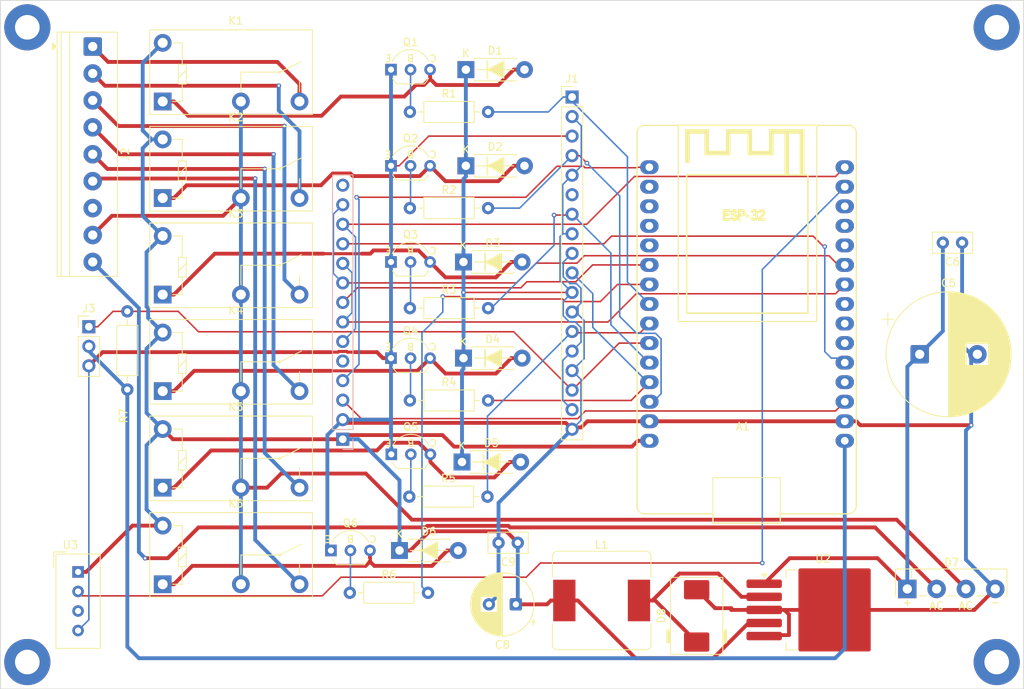
<source format=kicad_pcb>
(kicad_pcb (version 20241229) (generator "pcbnew") (generator_version "9.0")
  (layers (0 "F.Cu" signal) (2 "B.Cu" signal) (13 "F.Paste" user) (15 "B.Paste" user) (5 "F.SilkS" user "F.Silkscreen") (7 "B.SilkS" user "B.Silkscreen") (1 "F.Mask" user) (3 "B.Mask" user) (25 "Edge.Cuts" user))
  (net 0 "")
  (net 2 "CS_15")
  (net 3 "D33")
  (net 4 "D32")
  (net 5 "GND")
  (net 8 "+5V")
  (net 10 "3.3V")
  (net 13 "SCK_18")
  (net 14 "D13")
  (net 15 "MOSI_23")
  (net 16 "D12")
  (net 20 "T_CS_4")
  (net 21 "DHT11_22")
  (net 22 "D25")
  (net 24 "EN")
  (net 25 "D14")
  (net 26 "D26")
  (net 27 "D27")
  (net 28 "MISO_19")
  (net 30 "Net-(D7-+)")
  (net 31 "Net-(D1-A)")
  (net 32 "Net-(D2-A)")
  (net 33 "Net-(D3-A)")
  (net 34 "Net-(D4-A)")
  (net 35 "Net-(D5-A)")
  (net 36 "Net-(D6-A)")
  (net 37 "VAC-R")
  (net 38 "VAC-C")
  (net 39 "Net-(D8-K)")
  (net 41 "W2")
  (net 42 "W")
  (net 43 "PUMP")
  (net 44 "Y")
  (net 45 "G")
  (net 46 "Y2")
  (net 48 "Net-(Q1-B)")
  (net 49 "Net-(Q2-B)")
  (net 50 "Net-(Q3-B)")
  (net 51 "Net-(Q4-B)")
  (net 52 "Net-(Q5-B)")
  (net 53 "Net-(Q6-B)")
  (net 54 "DC_2")
  (footprint "PCM_SL_Mechanical:MountingHole_3.2mm_Pad" (layer "F.Cu") (at 151 114)
    (property "Reference" "H3" (hide yes))
    (property "Value" "MountingHole_M3_3.2mm_Pad" (hide yes))
  )
  (footprint "Relay_THT:Relay_SPST_Omron-G5Q-1A" (layer "F.Cu") (at 42.6 41.14)
    (property "Reference" "K1")
    (property "Value" "G5Q-1A")
  )
  (footprint "Sensor:Aosong_DHT11_5.5x12.0_P2.54mm" (layer "F.Cu") (at 31.5975 102.2875)
    (property "Reference" "U3")
    (property "Value" "DHT11")
  )
  (footprint "PCM_Package_TO_SOT_THT_AKL:TO-92_Inline_Wide_EBC" (layer "F.Cu") (at 72.27 62)
    (property "Reference" "Q3")
    (property "Value" "2N2222A-TO92" (hide yes))
  )
  (footprint "Relay_THT:Relay_SPST_Omron-G5Q-1A" (layer "F.Cu") (at 42.6 103.89)
    (property "Reference" "K6")
    (property "Value" "G5Q-1A")
  )
  (footprint "TerminalBlock_Phoenix:TerminalBlock_Phoenix_PT-1,5-9-3.5-H_1x09_P3.50mm_Horizontal" (layer "F.Cu") (at 33.5 34 -90)
    (property "Reference" "J2")
    (property "Value" "Screw_Terminal_9_P3.50mm")
  )
  (footprint "PCM_Diode_THT_AKL:D_DO-41_SOD81_P7.62mm_Horizontal" (layer "F.Cu") (at 81.69 74.5)
    (property "Reference" "D4")
    (property "Value" "1N4007" (hide yes))
  )
  (footprint "Connector_PinHeader_2.54mm:PinHeader_1x18_P2.54mm_Vertical" (layer "F.Cu") (at 95.81 40.56)
    (property "Reference" "J1")
    (property "Value" "PINHD_1x18_Male")
  )
  (footprint "PCM_SL_Mechanical:MountingHole_3.2mm_Pad" (layer "F.Cu") (at 25 114)
    (property "Reference" "H2" (hide yes))
    (property "Value" "MountingHole_M3_3.2mm_Pad" (hide yes))
  )
  (footprint "Capacitor_THT:C_Disc_D5.0mm_W2.5mm_P2.50mm" (layer "F.Cu") (at 146.5 59.5 180)
    (property "Reference" "C6")
    (property "Value" "100nF_Ceramic")
  )
  (footprint "Resistor_THT:R_Axial_DIN0207_L6.3mm_D2.5mm_P10.16mm_Horizontal" (layer "F.Cu") (at 38 68.42 -90)
    (property "Reference" "R7")
    (property "Value" "4.7k")
  )
  (footprint "PCM_Package_TO_SOT_THT_AKL:TO-92_Inline_Wide_EBC" (layer "F.Cu") (at 72.27 74.5)
    (property "Reference" "Q4")
    (property "Value" "2N2222A-TO92" (hide yes))
  )
  (footprint "PCM_Diode_THT_AKL:D_DO-41_SOD81_P7.62mm_Horizontal" (layer "F.Cu") (at 81.69 62)
    (property "Reference" "D3")
    (property "Value" "1N4007" (hide yes))
  )
  (footprint "MountingHole:MountingHole_2.7mm_M2.5" (layer "F.Cu") (at 67 93 180)
    (property "Reference" "H6" (hide yes))
    (property "Value" "MountingHole" (hide yes))
  )
  (footprint "PCM_Diode_THT_AKL:D_DO-41_SOD81_P7.62mm_Horizontal" (layer "F.Cu") (at 82 49.5)
    (property "Reference" "D2")
    (property "Value" "1N4007" (hide yes))
  )
  (footprint "PCM_Package_TO_SOT_THT_AKL:TO-92_Inline_Wide_EBC" (layer "F.Cu") (at 72.31 87)
    (property "Reference" "Q5")
    (property "Value" "2N2222A-TO92" (hide yes))
  )
  (footprint "Relay_THT:Relay_SPST_Omron-G5Q-1A" (layer "F.Cu") (at 42.6 91.34)
    (property "Reference" "K5")
    (property "Value" "G5Q-1A")
  )
  (footprint "Resistor_THT:R_Axial_DIN0207_L6.3mm_D2.5mm_P10.16mm_Horizontal" (layer "F.Cu") (at 74.73 42.5)
    (property "Reference" "R1")
    (property "Value" "4.7k")
  )
  (footprint "PCM_SL_Development_Boards:DOIT_ESP32_DEVKIT_30Pins" (layer "F.Cu") (at 131.2506 85.245 180)
    (property "Reference" "A1")
    (property "Value" "ESP32_DevKit_V1_DOIT_30GPIOs")
  )
  (footprint "MountingHole:MountingHole_2.7mm_M2.5" (layer "F.Cu") (at 67 44.1 180)
    (property "Reference" "H7" (hide yes))
    (property "Value" "MountingHole" (hide yes))
  )
  (footprint "PCM_Diode_THT_AKL:D_DO-41_SOD81_P7.62mm_Horizontal" (layer "F.Cu") (at 81.5 88)
    (property "Reference" "D5")
    (property "Value" "1N4007" (hide yes))
  )
  (footprint "Relay_THT:Relay_SPST_Omron-G5Q-1A" (layer "F.Cu") (at 42.6 53.69)
    (property "Reference" "K2")
    (property "Value" "G5Q-1A")
  )
  (footprint "Resistor_THT:R_Axial_DIN0207_L6.3mm_D2.5mm_P10.16mm_Horizontal" (layer "F.Cu") (at 66.92 105)
    (property "Reference" "R6")
    (property "Value" "Resistor")
  )
  (footprint "PCM_SL_Mechanical:MountingHole_3.2mm_Pad" (layer "F.Cu") (at 25 31.5)
    (property "Reference" "H1" (hide yes))
    (property "Value" "MountingHole_M3_3.2mm_Pad" (hide yes))
  )
  (footprint "Resistor_THT:R_Axial_DIN0207_L6.3mm_D2.5mm_P10.16mm_Horizontal" (layer "F.Cu") (at 74.65 92.5)
    (property "Reference" "R5")
    (property "Value" "4.7k")
  )
  (footprint "Resistor_THT:R_Axial_DIN0207_L6.3mm_D2.5mm_P10.16mm_Horizontal" (layer "F.Cu") (at 74.73 68)
    (property "Reference" "R3")
    (property "Value" "4.7k")
  )
  (footprint "Capacitor_THT:CP_Radial_D8.0mm_P3.50mm" (layer "F.Cu") (at 88.5 106.5 180)
    (property "Reference" "C8")
    (property "Value" "470uF_10V")
  )
  (footprint "PCM_Diode_THT_AKL:Diode_Bridge_KBP" (layer "F.Cu") (at 139.38 104.5)
    (property "Reference" "D7")
    (property "Value" "KBP210G" (hide yes))
  )
  (footprint "Package_TO_SOT_SMD:TO-263-5_TabPin3" (layer "F.Cu") (at 128.425 107.225)
    (property "Reference" "U2")
    (property "Value" "LM2596S-5")
  )
  (footprint "PCM_Package_TO_SOT_THT_AKL:TO-92_Inline_Wide_EBC" (layer "F.Cu") (at 72.27 37)
    (property "Reference" "Q1")
    (property "Value" "2N2222A-TO92" (hide yes))
  )
  (footprint "PCM_Diode_THT_AKL:D_DO-41_SOD81_P7.62mm_Horizontal" (layer "F.Cu") (at 82 37)
    (property "Reference" "D1")
    (property "Value" "1N4007" (hide yes))
  )
  (footprint "PCM_Package_TO_SOT_THT_AKL:TO-92_Inline_Wide_EBC" (layer "F.Cu") (at 64.46 99.5)
    (property "Reference" "Q6")
    (property "Value" "2N2222A-TO92" (hide yes))
  )
  (footprint "Connector_PinHeader_2.54mm:PinHeader_1x03_P2.54mm_Vertical" (layer "F.Cu") (at 33 70.42)
    (property "Reference" "J3")
    (property "Value" "DS18B20")
  )
  (footprint "PCM_Diode_THT_AKL:D_DO-41_SOD81_P7.62mm_Horizontal" (layer "F.Cu") (at 73.38 99.5)
    (property "Reference" "D6")
    (property "Value" "1N4007" (hide yes))
  )
  (footprint "Resistor_THT:R_Axial_DIN0207_L6.3mm_D2.5mm_P10.16mm_Horizontal" (layer "F.Cu") (at 74.73 55)
    (property "Reference" "R2")
    (property "Value" "4.7k")
  )
  (footprint "Relay_THT:Relay_SPST_Omron-G5Q-1A" (layer "F.Cu") (at 42.6 78.79)
    (property "Reference" "K4")
    (property "Value" "G5Q-1A")
  )
  (footprint "Relay_THT:Relay_SPST_Omron-G5Q-1A" (layer "F.Cu") (at 42.6 66.24)
    (property "Reference" "K3")
    (property "Value" "G5Q-1A")
  )
  (footprint "" (layer "F.Cu") (at 67 93 180)
    (property "Reference" "")
    (property "Value" "")
  )
  (footprint "MountingHole:MountingHole_2.7mm_M2.5" (layer "F.Cu") (at 150.11 93 180)
    (property "Reference" "H5" (hide yes))
    (property "Value" "MountingHole" (hide yes))
  )
  (footprint "Capacitor_THT:C_Disc_D5.0mm_W2.5mm_P2.50mm" (layer "F.Cu") (at 88.75 98.5 180)
    (property "Reference" "C9")
    (property "Value" "100nF_Ceramic")
  )
  (footprint "PCM_Package_TO_SOT_THT_AKL:TO-92_Inline_Wide_EBC" (layer "F.Cu") (at 72.27 49.5)
    (property "Reference" "Q2")
    (property "Value" "2N2222A-TO92" (hide yes))
  )
  (footprint "PCM_Diode_SMD_AKL:D_SMC" (layer "F.Cu") (at 112 108 90)
    (property "Reference" "D8")
    (property "Value" "SS34" (hide yes))
  )
  (footprint "PCM_SL_Mechanical:MountingHole_3.2mm_Pad" (layer "F.Cu") (at 151 31.5)
    (property "Reference" "H4" (hide yes))
    (property "Value" "MountingHole_M3_3.2mm_Pad" (hide yes))
  )
  (footprint "Resistor_THT:R_Axial_DIN0207_L6.3mm_D2.5mm_P10.16mm_Horizontal" (layer "F.Cu") (at 74.73 80)
    (property "Reference" "R4")
    (property "Value" "4.7k")
  )
  (footprint "MountingHole:MountingHole_2.7mm_M2.5" (layer "F.Cu") (at 150.11 44.1 180)
    (property "Reference" "H8" (hide yes))
    (property "Value" "MountingHole" (hide yes))
  )
  (footprint "Inductor_SMD:L_Bourns_SRR1260" (layer "F.Cu") (at 99.65 106)
    (property "Reference" "L1")
    (property "Value" "12uH_5.2A_1260")
  )
  (footprint "Capacitor_THT:CP_Radial_D16.0mm_P7.50mm" (layer "F.Cu") (at 140.9872 74)
    (property "Reference" "C5")
    (property "Value" "1000uF_50V")
  )
  (footprint "Connector_PinSocket_2.54mm:PinSocket_1x14_P2.54mm_Vertical" (layer "B.Cu") (at 66 85.04)
    (property "Reference" "J4" (hide yes))
    (property "Value" "3.2 lcd tft")
  )
  (gr_circle (center 25.5 113.918861) (end 24 113.418861) (stroke (width 0.1)) (fill no) (layer "F.Cu"))
  (gr_circle (center 151 31.918861) (end 149.5 31.418861) (stroke (width 0.1)) (fill no) (layer "F.Cu"))
  (gr_circle (center 151.5 113.918861) (end 150 113.418861) (stroke (width 0.1)) (fill no) (layer "F.Cu"))
  (gr_circle (center 24.918861 31.5) (end 23.418861 31) (stroke (width 0.1)) (fill no) (layer "F.Cu"))
  (gr_rect (start 21.5 28) (end 154.5 117.5) (stroke (width 0.1)) (fill no) (layer "Edge.Cuts"))
  (segment (start 96.5399 82.3592) (end 68.3992 82.3592) (width 0.2) (layer "F.Cu") (net 2))
  (segment (start 97.5324 81.3667) (end 96.5399 82.3592) (width 0.2) (layer "F.Cu") (net 2))
  (segment (start 130.0489 81.3667) (end 97.5324 81.3667) (width 0.2) (layer "F.Cu") (net 2))
  (segment (start 131.2506 80.165) (end 130.0489 81.3667) (width 0.2) (layer "F.Cu") (net 2))
  (segment (start 68.3992 82.3592) (end 66 79.96) (width 0.2) (layer "F.Cu") (net 2))
  (segment (start 81.498 66.818) (end 94.578 66.818) (width 0.2) (layer "F.Cu") (net 3))
  (segment (start 94.9074 67.1474) (end 99.4906 67.1474) (width 0.2) (layer "F.Cu") (net 3))
  (segment (start 81.18 66.5) (end 81.498 66.818) (width 0.2) (layer "F.Cu") (net 3))
  (segment (start 79 66.5) (end 81.18 66.5) (width 0.2) (layer "F.Cu") (net 3))
  (segment (start 101.713 64.925) (end 105.8506 64.925) (width 0.2) (layer "F.Cu") (net 3))
  (segment (start 94.578 66.818) (end 94.9074 67.1474) (width 0.2) (layer "F.Cu") (net 3))
  (segment (start 99.4906 67.1474) (end 101.713 64.925) (width 0.2) (layer "F.Cu") (net 3))
  (via (at 79 66.5) (size 0.6) (drill 0.3) (layers "F.Cu" "B.Cu") (net 3))
  (segment (start 79 68.51) (end 76.2977 71.2123) (width 0.2) (layer "B.Cu") (net 3))
  (segment (start 76.2977 71.2123) (end 76.2977 104.2177) (width 0.2) (layer "B.Cu") (net 3))
  (segment (start 76.2977 104.2177) (end 77.08 105) (width 0.2) (layer "B.Cu") (net 3))
  (segment (start 79 66.5) (end 79 68.51) (width 0.2) (layer "B.Cu") (net 3))
  (segment (start 105.8506 62.385) (end 98.47276 62.385) (width 0.2) (layer "F.Cu") (net 4))
  (segment (start 98.47276 62.385) (end 96.28676 64.571) (width 0.2) (layer "F.Cu") (net 4))
  (segment (start 67.901 65.359) (end 66 67.26) (width 0.2) (layer "F.Cu") (net 4))
  (segment (start 96.28676 64.571) (end 89.929 64.571) (width 0.2) (layer "F.Cu") (net 4))
  (segment (start 89.929 64.571) (end 89.141 65.359) (width 0.2) (layer "F.Cu") (net 4))
  (segment (start 89.141 65.359) (end 67.901 65.359) (width 0.2) (layer "F.Cu") (net 4))
  (segment (start 122.3989 110.5) (end 124 110.5) (width 0.5) (layer "F.Cu") (net 5))
  (segment (start 97.795 82.705) (end 105.8506 82.705) (width 0.5) (layer "F.Cu") (net 5))
  (segment (start 120.775 107.225) (end 119.3435 107.225) (width 0.2) (layer "F.Cu") (net 5))
  (segment (start 66.518182 73.629) (end 66.610382 73.7212) (width 0.4) (layer "F.Cu") (net 5))
  (segment (start 70.4395 73.7212) (end 71.2183 74.5) (width 0.5) (layer "F.Cu") (net 5))
  (segment (start 150.81 104.5) (end 148.085 107.225) (width 0.5) (layer "F.Cu") (net 5))
  (segment (start 66.610382 73.7212) (end 67.5 73.7212) (width 0.4) (layer "F.Cu") (net 5))
  (segment (start 123.4005 107.225) (end 120.775 107.225) (width 0.5) (layer "F.Cu") (net 5))
  (segment (start 34.7788 73.7212) (end 64.5 73.7212) (width 0.5) (layer "F.Cu") (net 5))
  (segment (start 72.27 49.5) (end 73.3217 49.5) (width 0.2) (layer "F.Cu") (net 5))
  (segment (start 113.1793 105.7793) (end 114.4 107) (width 0.5) (layer "F.Cu") (net 5))
  (segment (start 77.1817 45.64) (end 73.3217 49.5) (width 0.2) (layer "F.Cu") (net 5))
  (segment (start 67.5 73.7212) (end 70.4395 73.7212) (width 0.5) (layer "F.Cu") (net 5))
  (segment (start 95.81 45.64) (end 77.1817 45.64) (width 0.2) (layer "F.Cu") (net 5))
  (segment (start 66.4127 82.9127) (end 66 82.5) (width 0.2) (layer "F.Cu") (net 5))
  (segment (start 33 75.5) (end 34.7788 73.7212) (width 0.5) (layer "F.Cu") (net 5))
  (segment (start 116.5 107) (end 116.5 107.225) (width 0.5) (layer "F.Cu") (net 5))
  (segment (start 71.2183 74.5) (end 72.27 74.5) (width 0.5) (layer "F.Cu") (net 5))
  (segment (start 64.5 73.7212) (end 65.389618 73.7212) (width 0.4) (layer "F.Cu") (net 5))
  (segment (start 120.775 110.625) (end 122.2739 110.625) (width 0.2) (layer "F.Cu") (net 5))
  (segment (start 124 110.5) (end 124 107.8245) (width 0.5) (layer "F.Cu") (net 5))
  (segment (start 94.9827 82.9127) (end 66.4127 82.9127) (width 0.5) (layer "F.Cu") (net 5))
  (segment (start 114.4 107) (end 116.5 107) (width 0.5) (layer "F.Cu") (net 5))
  (segment (start 133.2623 83.215) (end 147.6799 83.215) (width 0.5) (layer "F.Cu") (net 5))
  (segment (start 96.05 83.5) (end 97 83.5) (width 0.5) (layer "F.Cu") (net 5))
  (segment (start 97 83.5) (end 97.795 82.705) (width 0.5) (layer "F.Cu") (net 5))
  (segment (start 65.389618 73.7212) (end 65.481818 73.629) (width 0.4) (layer "F.Cu") (net 5))
  (segment (start 116.5 107.225) (end 119.3435 107.225) (width 0.5) (layer "F.Cu") (net 5))
  (segment (start 95.81 83.74) (end 94.9827 82.9127) (width 0.5) (layer "F.Cu") (net 5))
  (segment (start 124 107.8245) (end 123.4005 107.225) (width 0.5) (layer "F.Cu") (net 5))
  (segment (start 131.2506 82.705) (end 132.7523 82.705) (width 0.5) (layer "F.Cu") (net 5))
  (segment (start 65.481818 73.629) (end 66.518182 73.629) (width 0.4) (layer "F.Cu") (net 5))
  (segment (start 122.2739 110.625) (end 122.3989 110.5) (width 0.5) (layer "F.Cu") (net 5))
  (segment (start 132.7523 82.705) (end 133.2623 83.215) (width 0.5) (layer "F.Cu") (net 5))
  (segment (start 148.085 107.225) (end 129.925 107.225) (width 0.5) (layer "F.Cu") (net 5))
  (segment (start 129.925 107.225) (end 123.4005 107.225) (width 0.5) (layer "F.Cu") (net 5))
  (segment (start 131.2506 82.705) (end 105.8506 82.705) (width 0.5) (layer "F.Cu") (net 5))
  (segment (start 95.81 83.74) (end 96.05 83.5) (width 0.5) (layer "F.Cu") (net 5))
  (via (at 147.6799 83.215) (size 0.6) (drill 0.3) (layers "F.Cu" "B.Cu") (net 5))
  (segment (start 72.27 74.5) (end 72.27 62) (width 0.5) (layer "B.Cu") (net 5))
  (segment (start 147 100.69) (end 150.81 104.5) (width 0.5) (layer "B.Cu") (net 5))
  (segment (start 66 82.5) (end 72.27 82.5) (width 0.5) (layer "B.Cu") (net 5))
  (segment (start 147 83.8949) (end 147 100.69) (width 0.5) (layer "B.Cu") (net 5))
  (segment (start 72.31 87) (end 72.31 85.9483) (width 0.5) (layer "B.Cu") (net 5))
  (segment (start 96.5842 67.7258) (end 95.81 68.5) (width 0.2) (layer "B.Cu") (net 5))
  (segment (start 33 108.505) (end 33 75.5) (width 0.2) (layer "B.Cu") (net 5))
  (segment (start 94.6533 63.918) (end 95.5436 64.8083) (width 0.2) (layer "B.Cu") (net 5))
  (segment (start 96.9617 82.5883) (end 95.81 83.74) (width 0.2) (layer "B.Cu") (net 5))
  (segment (start 96.5842 67.7258) (end 96.5842 68.8252) (width 0.2) (layer "B.Cu") (net 5))
  (segment (start 96.9617 65.4066) (end 96.9617 67.3483) (width 0.2) (layer "B.Cu") (net 5))
  (segment (start 97.3703 69.6113) (end 97.3703 74.5597) (width 0.2) (layer "B.Cu") (net 5))
  (segment (start 86.25 93.3) (end 95.81 83.74) (width 0.5) (layer "B.Cu") (net 5))
  (segment (start 86.25 98.5) (end 86.25 93.3) (width 0.5) (layer "B.Cu") (net 5))
  (segment (start 72.27 37) (end 72.27 49.5) (width 0.5) (layer "B.Cu") (net 5))
  (segment (start 64 99.04) (end 64 84.5) (width 0.5) (layer "B.Cu") (net 5))
  (segment (start 95.81 60.88) (end 94.6533 62.0367) (width 0.2) (layer "B.Cu") (net 5))
  (segment (start 146.5 59.5) (end 146.5 72.8201) (width 0.5) (layer "B.Cu") (net 5))
  (segment (start 97.3703 74.5597) (end 95.81 76.12) (width 0.2) (layer "B.Cu") (net 5))
  (segment (start 95.81 76.12) (end 96.9617 77.2717) (width 0.2) (layer "B.Cu") (net 5))
  (segment (start 146.5 72.8201) (end 147.6799 74) (width 0.5) (layer "B.Cu") (net 5))
  (segment (start 72.27 82.5) (end 72.27 74.5) (width 0.5) (layer "B.Cu") (net 5))
  (segment (start 147.6799 83.215) (end 147 83.8949) (width 0.5) (layer "B.Cu") (net 5))
  (segment (start 94.6533 62.0367) (end 94.6533 63.918) (width 0.2) (layer "B.Cu") (net 5))
  (segment (start 96.9617 77.2717) (end 96.9617 82.5883) (width 0.2) (layer "B.Cu") (net 5))
  (segment (start 147.6799 74) (end 148.4872 74) (width 0.2) (layer "B.Cu") (net 5))
  (segment (start 72.27 85.9083) (end 72.27 82.5) (width 0.5) (layer "B.Cu") (net 5))
  (segment (start 31.5975 109.9075) (end 33 108.505) (width 0.2) (layer "B.Cu") (net 5))
  (segment (start 147.6799 74) (end 147.6799 83.215) (width 0.5) (layer "B.Cu") (net 5))
  (segment (start 72.31 85.9483) (end 72.27 85.9083) (width 0.2) (layer "B.Cu") (net 5))
  (segment (start 64 84.5) (end 66 82.5) (width 0.5) (layer "B.Cu") (net 5))
  (segment (start 96.9617 67.3483) (end 96.5842 67.7258) (width 0.2) (layer "B.Cu") (net 5))
  (segment (start 86.25 105.25) (end 85 106.5) (width 0.5) (layer "B.Cu") (net 5))
  (segment (start 96.5842 68.8252) (end 97.3703 69.6113) (width 0.2) (layer "B.Cu") (net 5))
  (segment (start 95.5436 64.8083) (end 96.3634 64.8083) (width 0.2) (layer "B.Cu") (net 5))
  (segment (start 96.3634 64.8083) (end 96.9617 65.4066) (width 0.2) (layer "B.Cu") (net 5))
  (segment (start 64.46 99.5) (end 64 99.04) (width 0.5) (layer "B.Cu") (net 5))
  (segment (start 72.27 49.5) (end 72.27 62) (width 0.5) (layer "B.Cu") (net 5))
  (segment (start 86.25 98.5) (end 86.25 105.25) (width 0.5) (layer "B.Cu") (net 5))
  (segment (start 73.38 99.5) (end 74.7817 99.5) (width 0.5) (layer "F.Cu") (net 8))
  (segment (start 78.963 84.5) (end 66.54 84.5) (width 0.5) (layer "F.Cu") (net 8))
  (segment (start 104.3489 85.245) (end 103.5939 86) (width 0.5) (layer "F.Cu") (net 8))
  (segment (start 74.7817 99.5) (end 77.2817 97) (width 0.5) (layer "F.Cu") (net 8))
  (segment (start 66 85.04) (end 43.92 85.04) (width 0.5) (layer "F.Cu") (net 8))
  (segment (start 81.5 88) (end 81.5 86) (width 0.5) (layer "F.Cu") (net 8))
  (segment (start 43.92 85.04) (end 42.6 83.72) (width 0.5) (layer "F.Cu") (net 8))
  (segment (start 92.5483 106.5) (end 93.0483 106) (width 0.5) (layer "F.Cu") (net 8))
  (segment (start 114.1684 113.5) (end 104.0517 113.5) (width 0.5) (layer "F.Cu") (net 8))
  (segment (start 104.0517 113.5) (end 96.5517 106) (width 0.5) (layer "F.Cu") (net 8))
  (segment (start 94.8 106) (end 93.0483 106) (width 0.5) (layer "F.Cu") (net 8))
  (segment (start 31.5975 102.2875) (end 32.6492 102.2875) (width 0.5) (layer "F.Cu") (net 8))
  (segment (start 105.8506 85.245) (end 104.3489 85.245) (width 0.5) (layer "F.Cu") (net 8))
  (segment (start 66.54 84.5) (end 66 85.04) (width 0.5) (layer "F.Cu") (net 8))
  (segment (start 118.7434 108.925) (end 114.1684 113.5) (width 0.5) (layer "F.Cu") (net 8))
  (segment (start 103.5939 86) (end 80.463 86) (width 0.5) (layer "F.Cu") (net 8))
  (segment (start 96.5517 106) (end 94.8 106) (width 0.5) (layer "F.Cu") (net 8))
  (segment (start 81.6967 65.96) (end 81.55 65.8133) (width 0.2) (layer "F.Cu") (net 8))
  (segment (start 81.6967 65.96) (end 95.81 65.96) (width 0.2) (layer "F.Cu") (net 8))
  (segment (start 120.775 108.925) (end 118.7434 108.925) (width 0.2) (layer "F.Cu") (net 8))
  (segment (start 38.6667 96.27) (end 32.6492 102.2875) (width 0.5) (layer "F.Cu") (net 8))
  (segment (start 77.2817 97) (end 87.25 97) (width 0.5) (layer "F.Cu") (net 8))
  (segment (start 88.5 106.5) (end 92.5483 106.5) (width 0.5) (layer "F.Cu") (net 8))
  (segment (start 42.6 96.27) (end 38.6667 96.27) (width 0.5) (layer "F.Cu") (net 8))
  (segment (start 87.25 97) (end 88.75 98.5) (width 0.5) (layer "F.Cu") (net 8))
  (segment (start 80.463 86) (end 78.963 84.5) (width 0.5) (layer "F.Cu") (net 8))
  (via (at 81.6967 65.96) (size 0.6) (drill 0.3) (layers "F.Cu" "B.Cu") (net 8))
  (segment (start 94.5939 58.34) (end 94.5939 51.9361) (width 0.2) (layer "B.Cu") (net 8))
  (segment (start 96.9617 72.4283) (end 96.9617 70.5276) (width 0.2) (layer "B.Cu") (net 8))
  (segment (start 81.69 74.5) (end 81.69 75.9017) (width 0.5) (layer "B.Cu") (net 8))
  (segment (start 95.81 73.58) (end 96.9617 72.4283) (width 0.2) (layer "B.Cu") (net 8))
  (segment (start 68.04 85.04) (end 73.38 90.38) (width 0.5) (layer "B.Cu") (net 8))
  (segment (start 66 85.04) (end 67.2735 85.04) (width 0.5) (layer "B.Cu") (net 8))
  (segment (start 88.5 106.5) (end 88.75 106.25) (width 0.2) (layer "B.Cu") (net 8))
  (segment (start 82 49.5) (end 82 50.9017) (width 0.5) (layer "B.Cu") (net 8))
  (segment (start 42.6 71.17) (end 40.5 73.27) (width 0.5) (layer "B.Cu") (net 8))
  (segment (start 94.6583 67.1117) (end 95.81 65.96) (width 0.2) (layer "B.Cu") (net 8))
  (segment (start 42.6 46.07) (end 41.1483 46.07) (width 0.5) (layer "B.Cu") (net 8))
  (segment (start 88.75 106.25) (end 88.75 98.5) (width 0.5) (layer "B.Cu") (net 8))
  (segment (start 40 56.02) (end 40 47.2183) (width 0.5) (layer "B.Cu") (net 8))
  (segment (start 42.6 96.27) (end 40.5 94.17) (width 0.5) (layer "B.Cu") (net 8))
  (segment (start 40.5 94.17) (end 40.5 85.82) (width 0.5) (layer "B.Cu") (net 8))
  (segment (start 96.9617 70.5276) (end 96.2041 69.77) (width 0.2) (layer "B.Cu") (net 8))
  (segment (start 95.81 58.34) (end 94.5939 58.34) (width 0.2) (layer "B.Cu") (net 8))
  (segment (start 95.81 43.1) (end 97.0071 44.2971) (width 0.2) (layer "B.Cu") (net 8))
  (segment (start 94.5939 74.7961) (end 95.81 73.58) (width 0.2) (layer "B.Cu") (net 8))
  (segment (start 40.701 69.271) (end 40.701 68) (width 0.5) (layer "B.Cu") (net 8))
  (segment (start 81.5 87) (end 81.5 76.0917) (width 0.5) (layer "B.Cu") (net 8))
  (segment (start 81.69 62) (end 81.69 65.9533) (width 0.5) (layer "B.Cu") (net 8))
  (segment (start 97.0071 44.2971) (end 97.0071 49.5229) (width 0.2) (layer "B.Cu") (net 8))
  (segment (start 94.5939 58.34) (end 94.2424 58.6915) (width 0.2) (layer "B.Cu") (net 8))
  (segment (start 94.6583 68.9964) (end 94.6583 67.1117) (width 0.2) (layer "B.Cu") (net 8))
  (segment (start 81.69 65.9533) (end 81.6967 65.96) (width 0.2) (layer "B.Cu") (net 8))
  (segment (start 41.1483 46.07) (end 40 44.9217) (width 0.5) (layer "B.Cu") (net 8))
  (segment (start 40 44.9217) (end 40 36.12) (width 0.5) (layer "B.Cu") (net 8))
  (segment (start 81.69 61.2991) (end 81.69 60.5983) (width 0.5) (layer "B.Cu") (net 8))
  (segment (start 97.0071 49.5229) (end 95.81 50.72) (width 0.2) (layer "B.Cu") (net 8))
  (segment (start 81.6967 73.0916) (end 81.6967 65.96) (width 0.5) (layer "B.Cu") (net 8))
  (segment (start 94.5939 79.9839) (end 94.5939 74.7961) (width 0.2) (layer "B.Cu") (net 8))
  (segment (start 67.2735 85.04) (end 68.04 85.04) (width 0.5) (layer "B.Cu") (net 8))
  (segment (start 40 47.2183) (end 41.1483 46.07) (width 0.5) (layer "B.Cu") (net 8))
  (segment (start 95.4319 69.77) (end 94.6583 68.9964) (width 0.2) (layer "B.Cu") (net 8))
  (segment (start 81.69 61.2991) (end 81.69 62) (width 0.2) (layer "B.Cu") (net 8))
  (segment (start 40.701 68) (end 40.5 67.799) (width 0.5) (layer "B.Cu") (net 8))
  (segment (start 73.38 90.38) (end 73.38 99.5) (width 0.5) (layer "B.Cu") (net 8))
  (segment (start 42.6 58.62) (end 40 56.02) (width 0.5) (layer "B.Cu") (net 8))
  (segment (start 94.2424 58.6915) (end 94.2424 64.3924) (width 0.2) (layer "B.Cu") (net 8))
  (segment (start 40.5 60.72) (end 42.6 58.62) (width 0.5) (layer "B.Cu") (net 8))
  (segment (start 40.5 85.82) (end 42.6 83.72) (width 0.5) (layer "B.Cu") (net 8))
  (segment (start 94.2424 64.3924) (end 95.81 65.96) (width 0.2) (layer "B.Cu") (net 8))
  (segment (start 81.5 76.0917) (end 81.69 75.9017) (width 0.5) (layer "B.Cu") (net 8))
  (segment (start 40 36.12) (end 42.6 33.52) (width 0.5) (layer "B.Cu") (net 8))
  (segment (start 82 37) (end 82 49.5) (width 0.5) (layer "B.Cu") (net 8))
  (segment (start 42.6 71.17) (end 40.701 69.271) (width 0.5) (layer "B.Cu") (net 8))
  (segment (start 40.5 73.27) (end 40.5 81.62) (width 0.5) (layer "B.Cu") (net 8))
  (segment (start 81.69 51.2117) (end 81.69 60.5983) (width 0.5) (layer "B.Cu") (net 8))
  (segment (start 94.5939 51.9361) (end 95.81 50.72) (width 0.2) (layer "B.Cu") (net 8))
  (segment (start 40.5 81.62) (end 42.6 83.72) (width 0.5) (layer "B.Cu") (net 8))
  (segment (start 95.81 81.2) (end 94.5939 79.9839) (width 0.2) (layer "B.Cu") (net 8))
  (segment (start 40.5 67.799) (end 40.5 60.72) (width 0.5) (layer "B.Cu") (net 8))
  (segment (start 81.69 74.5) (end 81.69 73.0983) (width 0.5) (layer "B.Cu") (net 8))
  (segment (start 82 50.9017) (end 81.69 51.2117) (width 0.5) (layer "B.Cu") (net 8))
  (segment (start 96.2041 69.77) (end 95.4319 69.77) (width 0.2) (layer "B.Cu") (net 8))
  (segment (start 81.69 73.0983) (end 81.6967 73.0916) (width 0.2) (layer "B.Cu") (net 8))
  (segment (start 131.2506 112.2494) (end 130 113.5) (width 0.5) (layer "B.Cu") (net 10))
  (segment (start 131.2506 85.245) (end 131.2506 112.2494) (width 0.5) (layer "B.Cu") (net 10))
  (segment (start 38 112) (end 38 78.58) (width 0.5) (layer "B.Cu") (net 10))
  (segment (start 38 78.58) (end 33 73.58) (width 0.5) (layer "B.Cu") (net 10))
  (segment (start 130 113.5) (end 39.5 113.5) (width 0.5) (layer "B.Cu") (net 10))
  (segment (start 33 73.58) (end 33 72.96) (width 0.2) (layer "B.Cu") (net 10))
  (segment (start 39.5 113.5) (end 38 112) (width 0.5) (layer "B.Cu") (net 10))
  (segment (start 130.0489 66.1267) (end 104.1536 66.1267) (width 0.2) (layer "F.Cu") (net 13))
  (segment (start 131.2506 64.925) (end 130.0489 66.1267) (width 0.2) (layer "F.Cu") (net 13))
  (segment (start 100.4803 69.8) (end 66 69.8) (width 0.2) (layer "F.Cu") (net 13))
  (segment (start 104.1536 66.1267) (end 100.4803 69.8) (width 0.2) (layer "F.Cu") (net 13))
  (segment (start 67.2161 68.5839) (end 67.2161 63.3961) (width 0.2) (layer "B.Cu") (net 13))
  (segment (start 66 69.8) (end 67.2161 68.5839) (width 0.2) (layer "B.Cu") (net 13))
  (segment (start 67.2161 63.3961) (end 66 62.18) (width 0.2) (layer "B.Cu") (net 13))
  (segment (start 96.7649 48.18) (end 97.7336 49.1487) (width 0.2) (layer "F.Cu") (net 14))
  (segment (start 95.81 48.18) (end 96.7649 48.18) (width 0.2) (layer "F.Cu") (net 14))
  (via (at 97.7336 49.1487) (size 0.6) (drill 0.3) (layers "F.Cu" "B.Cu") (net 14))
  (segment (start 106.335 80.165) (end 105.8506 80.165) (width 0.2) (layer "B.Cu") (net 14))
  (segment (start 95.81 48.18) (end 88.99 55) (width 0.2) (layer "B.Cu") (net 14))
  (segment (start 102 69.07875) (end 104.19625 71.275) (width 0.2) (layer "B.Cu") (net 14))
  (segment (start 97.7336 49.1487) (end 102 53.4151) (width 0.2) (layer "B.Cu") (net 14))
  (segment (start 88.99 55) (end 84.89 55) (width 0.2) (layer "B.Cu") (net 14))
  (segment (start 107.376 71.9981) (end 107.376 79.124) (width 0.2) (layer "B.Cu") (net 14))
  (segment (start 107.376 79.124) (end 106.335 80.165) (width 0.2) (layer "B.Cu") (net 14))
  (segment (start 104.19625 71.275) (end 106.6529 71.275) (width 0.2) (layer "B.Cu") (net 14))
  (segment (start 102 53.4151) (end 102 69.07875) (width 0.2) (layer "B.Cu") (net 14))
  (segment (start 106.6529 71.275) (end 107.376 71.9981) (width 0.2) (layer "B.Cu") (net 14))
  (segment (start 103.9182 50.8867) (end 97.7049 57.1) (width 0.2) (layer "F.Cu") (net 15))
  (segment (start 130.0489 50.8867) (end 103.9182 50.8867) (width 0.2) (layer "F.Cu") (net 15))
  (segment (start 131.2506 49.685) (end 130.0489 50.8867) (width 0.2) (layer "F.Cu") (net 15))
  (segment (start 97.7049 57.1) (end 66 57.1) (width 0.2) (layer "F.Cu") (net 15))
  (segment (start 67.6549 70.6851) (end 66 72.34) (width 0.2) (layer "B.Cu") (net 15))
  (segment (start 66 57.1) (end 67.6549 58.7549) (width 0.2) (layer "B.Cu") (net 15))
  (segment (start 67.6549 58.7549) (end 67.6549 70.6851) (width 0.2) (layer "B.Cu") (net 15))
  (segment (start 105.8506 77.625) (end 103.4756 80) (width 0.2) (layer "F.Cu") (net 16))
  (segment (start 103.4756 80) (end 84.89 80) (width 0.2) (layer "F.Cu") (net 16))
  (segment (start 98.5 66.11) (end 95.81 63.42) (width 0.2) (layer "B.Cu") (net 16))
  (segment (start 104.949 76.949) (end 98.5 70.5) (width 0.2) (layer "B.Cu") (net 16))
  (segment (start 105.8506 77.625) (end 105.1746 76.949) (width 0.2) (layer "B.Cu") (net 16))
  (segment (start 105.1746 76.949) (end 104.949 76.949) (width 0.2) (layer "B.Cu") (net 16))
  (segment (start 98.5 70.5) (end 98.5 66.11) (width 0.2) (layer "B.Cu") (net 16))
  (segment (start 128.5 60) (end 127.1416 58.6416) (width 0.2) (layer "F.Cu") (net 20))
  (segment (start 100.9374 58.6416) (end 99.939 59.64) (width 0.2) (layer "F.Cu") (net 20))
  (segment (start 127.1416 58.6416) (end 100.9374 58.6416) (width 0.2) (layer "F.Cu") (net 20))
  (segment (start 128.65 60) (end 128.5 60) (width 0.2) (layer "F.Cu") (net 20))
  (segment (start 99.939 59.64) (end 66 59.64) (width 0.2) (layer "F.Cu") (net 20))
  (via (at 128.65 60) (size 0.6) (drill 0.3) (layers "F.Cu" "B.Cu") (net 20))
  (segment (start 130.6656 74.5) (end 131.2506 75.085) (width 0.2) (layer "B.Cu") (net 20))
  (segment (start 129.5 74.5) (end 130.6656 74.5) (width 0.2) (layer "B.Cu") (net 20))
  (segment (start 128.65 73.65) (end 129.5 74.5) (width 0.2) (layer "B.Cu") (net 20))
  (segment (start 128.65 60) (end 128.65 73.65) (width 0.2) (layer "B.Cu") (net 20))
  (segment (start 91.6979 101.1261) (end 120.5311 101.1261) (width 0.2) (layer "F.Cu") (net 21))
  (segment (start 63.3424 105.3989) (end 65.7675 102.9738) (width 0.2) (layer "F.Cu") (net 21))
  (segment (start 31.5975 104.8275) (end 32.1689 105.3989) (width 0.2) (layer "F.Cu") (net 21))
  (segment (start 65.7675 102.9738) (end 89.8502 102.9738) (width 0.2) (layer "F.Cu") (net 21))
  (segment (start 89.8502 102.9738) (end 91.6979 101.1261) (width 0.2) (layer "F.Cu") (net 21))
  (segment (start 32.1689 105.3989) (end 63.3424 105.3989) (width 0.2) (layer "F.Cu") (net 21))
  (via (at 120.5311 101.1261) (size 0.6) (drill 0.3) (layers "F.Cu" "B.Cu") (net 21))
  (segment (start 131.2506 52.225) (end 131.2506 52.2494) (width 0.2) (layer "B.Cu") (net 21))
  (segment (start 120.5311 62.9689) (end 120.5311 101.1261) (width 0.2) (layer "B.Cu") (net 21))
  (segment (start 131.2506 52.2494) (end 120.5311 62.9689) (width 0.2) (layer "B.Cu") (net 21))
  (segment (start 95.81 40.56) (end 95.2342 40.56) (width 0.2) (layer "B.Cu") (net 22))
  (segment (start 105.8506 67.465) (end 104.965 67.465) (width 0.2) (layer "B.Cu") (net 22))
  (segment (start 95.2342 40.56) (end 94.6583 40.56) (width 0.2) (layer "B.Cu") (net 22))
  (segment (start 84.89 42.5) (end 92.7183 42.5) (width 0.2) (layer "B.Cu") (net 22))
  (segment (start 103 64.6144) (end 105.8506 67.465) (width 0.2) (layer "B.Cu") (net 22))
  (segment (start 95.2342 40.56) (end 103 48.3258) (width 0.2) (layer "B.Cu") (net 22))
  (segment (start 92.7183 42.5) (end 94.6583 40.56) (width 0.2) (layer "B.Cu") (net 22))
  (segment (start 103 48.3258) (end 103 64.6144) (width 0.2) (layer "B.Cu") (net 22))
  (segment (start 89.7965 53.591) (end 93.82 49.5675) (width 0.2) (layer "F.Cu") (net 24))
  (segment (start 67.805 53.591) (end 89.7965 53.591) (width 0.2) (layer "F.Cu") (net 24))
  (segment (start 105.8506 49.685) (end 104.3489 49.685) (width 0.2) (layer "F.Cu") (net 24))
  (segment (start 104.2835 49.7504) (end 104.3489 49.685) (width 0.2) (layer "F.Cu") (net 24))
  (segment (start 97.4845 49.7504) (end 104.2835 49.7504) (width 0.2) (layer "F.Cu") (net 24))
  (segment (start 97.3016 49.5675) (end 97.4845 49.7504) (width 0.2) (layer "F.Cu") (net 24))
  (segment (start 93.82 49.5675) (end 97.3016 49.5675) (width 0.2) (layer "F.Cu") (net 24))
  (via (at 67.805 53.591) (size 0.6) (drill 0.3) (layers "F.Cu" "B.Cu") (net 24))
  (segment (start 68.1063 53.8923) (end 67.805 53.591) (width 0.2) (layer "B.Cu") (net 24))
  (segment (start 68.1063 75.3137) (end 68.1063 53.8923) (width 0.2) (layer "B.Cu") (net 24))
  (segment (start 66 77.42) (end 68.1063 75.3137) (width 0.2) (layer "B.Cu") (net 24))
  (segment (start 93.467 55.905) (end 95.705 55.905) (width 0.2) (layer "F.Cu") (net 25))
  (segment (start 95.705 55.905) (end 95.81 55.8) (width 0.2) (layer "F.Cu") (net 25))
  (via (at 93.467 55.905) (size 0.6) (drill 0.3) (layers "F.Cu" "B.Cu") (net 25))
  (segment (start 93.467 59.833) (end 93.467 55.905) (width 0.2) (layer "B.Cu") (net 25))
  (segment (start 100.8516 60.8416) (end 100.8516 70.15935) (width 0.2) (layer "B.Cu") (net 25))
  (segment (start 85.3 68) (end 93.467 59.833) (width 0.2) (layer "B.Cu") (net 25))
  (segment (start 100.8516 70.15935) (end 105.77725 75.085) (width 0.2) (layer "B.Cu") (net 25))
  (segment (start 84.89 68) (end 85.3 68) (width 0.2) (layer "B.Cu") (net 25))
  (segment (start 95.81 55.8) (end 100.8516 60.8416) (width 0.2) (layer "B.Cu") (net 25))
  (segment (start 105.77725 75.085) (end 105.8506 75.085) (width 0.2) (layer "B.Cu") (net 25))
  (segment (start 104.6489 71.2067) (end 95.9767 71.2067) (width 0.2) (layer "F.Cu") (net 26))
  (segment (start 95.9767 71.2067) (end 95.81 71.04) (width 0.2) (layer "F.Cu") (net 26))
  (segment (start 105.8506 70.005) (end 104.6489 71.2067) (width 0.2) (layer "F.Cu") (net 26))
  (segment (start 95.81 71.04) (end 84.81 82.04) (width 0.2) (layer "B.Cu") (net 26))
  (segment (start 84.81 82.04) (end 84.81 92.5) (width 0.2) (layer "B.Cu") (net 26))
  (segment (start 36.1517 68.42) (end 34.1517 70.42) (width 0.2) (layer "F.Cu") (net 27))
  (segment (start 88.22 71.07) (end 47.2563 71.07) (width 0.2) (layer "F.Cu") (net 27))
  (segment (start 38 68.42) (end 36.1517 68.42) (width 0.2) (layer "F.Cu") (net 27))
  (segment (start 95.81 78.66) (end 88.22 71.07) (width 0.2) (layer "F.Cu") (net 27))
  (segment (start 101.925 72.545) (end 105.8506 72.545) (width 0.2) (layer "F.Cu") (net 27))
  (segment (start 44.6063 68.42) (end 38 68.42) (width 0.2) (layer "F.Cu") (net 27))
  (segment (start 95.81 78.66) (end 101.925 72.545) (width 0.2) (layer "F.Cu") (net 27))
  (segment (start 33 70.42) (end 34.1517 70.42) (width 0.2) (layer "F.Cu") (net 27))
  (segment (start 47.2563 71.07) (end 44.6063 68.42) (width 0.2) (layer "F.Cu") (net 27))
  (segment (start 96.44 62.15) (end 97.4067 61.1833) (width 0.2) (layer "F.Cu") (net 28))
  (segment (start 88.5723 64.72) (end 91.1423 62.15) (width 0.2) (layer "F.Cu") (net 28))
  (segment (start 97.4067 61.1833) (end 129.1833 61.1833) (width 0.2) (layer "F.Cu") (net 28))
  (segment (start 129.1833 61.1833) (end 130.385 62.385) (width 0.2) (layer "F.Cu") (net 28))
  (segment (start 66 64.72) (end 88.5723 64.72) (width 0.2) (layer "F.Cu") (net 28))
  (segment (start 91.1423 62.15) (end 96.44 62.15) (width 0.2) (layer "F.Cu") (net 28))
  (segment (start 130.385 62.385) (end 131.2506 62.385) (width 0.2) (layer "F.Cu") (net 28))
  (segment (start 64.7839 55.7761) (end 66 54.56) (width 0.2) (layer "B.Cu") (net 28))
  (segment (start 64.7839 63.5039) (end 64.7839 55.7761) (width 0.2) (layer "B.Cu") (net 28))
  (segment (start 66 64.72) (end 64.7839 63.5039) (width 0.2) (layer "B.Cu") (net 28))
  (segment (start 120.775 103.825) (end 124.1 100.5) (width 0.5) (layer "F.Cu") (net 30))
  (segment (start 135.5 100.5) (end 139.38 104.38) (width 0.5) (layer "F.Cu") (net 30))
  (segment (start 124.1 100.5) (end 135.5 100.5) (width 0.5) (layer "F.Cu") (net 30))
  (segment (start 139.38 104.38) (end 139.38 104.5) (width 0.5) (layer "F.Cu") (net 30))
  (segment (start 139.38 75.6072) (end 140.9872 74) (width 0.5) (layer "B.Cu") (net 30))
  (segment (start 144 59.5) (end 144 70.9872) (width 0.5) (layer "B.Cu") (net 30))
  (segment (start 144 70.9872) (end 140.9872 74) (width 0.5) (layer "B.Cu") (net 30))
  (segment (start 139.38 104.5) (end 139.38 75.6072) (width 0.5) (layer "B.Cu") (net 30))
  (segment (start 63.25 43) (end 65.75 40.5) (width 0.5) (layer "F.Cu") (net 31))
  (segment (start 45.9117 43) (end 63.25 43) (width 0.5) (layer "F.Cu") (net 31))
  (segment (start 89.62 37) (end 88.2183 37) (width 0.5) (layer "F.Cu") (net 31))
  (segment (start 74 40.5) (end 75.5 39) (width 0.5) (layer "F.Cu") (net 31))
  (segment (start 77.35 38.2) (end 77.35 37) (width 0.5) (layer "F.Cu") (net 31))
  (segment (start 75.5 39) (end 76.55 39) (width 0.5) (layer "F.Cu") (net 31))
  (segment (start 78.15 39) (end 77.5517 38.4017) (width 0.5) (layer "F.Cu") (net 31))
  (segment (start 86.2183 39) (end 78.15 39) (width 0.5) (layer "F.Cu") (net 31))
  (segment (start 42.6 41.14) (end 44.0517 41.14) (width 0.5) (layer "F.Cu") (net 31))
  (segment (start 77.5517 38.4017) (end 77.35 38.2) (width 0.2) (layer "F.Cu") (net 31))
  (segment (start 88.2183 37) (end 86.2183 39) (width 0.5) (layer "F.Cu") (net 31))
  (segment (start 65.75 40.5) (end 74 40.5) (width 0.5) (layer "F.Cu") (net 31))
  (segment (start 44.0517 41.14) (end 45.9117 43) (width 0.5) (layer "F.Cu") (net 31))
  (segment (start 76.55 39) (end 77.35 38.2) (width 0.5) (layer "F.Cu") (net 31))
  (segment (start 42.6 53.69) (end 44.0517 53.69) (width 0.5) (layer "F.Cu") (net 32))
  (segment (start 88.2183 49.5) (end 89.62 49.5) (width 0.5) (layer "F.Cu") (net 32))
  (segment (start 44.0517 53.69) (end 45.710418 52.031282) (width 0.5) (layer "F.Cu") (net 32))
  (segment (start 45.710418 52.031282) (end 63.169118 52.031282) (width 0.5) (layer "F.Cu") (net 32))
  (segment (start 63.169118 52.031282) (end 64.7004 50.5) (width 0.5) (layer "F.Cu") (net 32))
  (segment (start 76.0134 50.8366) (end 77.35 49.5) (width 0.5) (layer "F.Cu") (net 32))
  (segment (start 77.35 49.5) (end 79.35 51.5) (width 0.5) (layer "F.Cu") (net 32))
  (segment (start 67.3366 50.8366) (end 76.0134 50.8366) (width 0.5) (layer "F.Cu") (net 32))
  (segment (start 67 50.5) (end 67.3366 50.8366) (width 0.5) (layer "F.Cu") (net 32))
  (segment (start 79.35 51.5) (end 86.2183 51.5) (width 0.5) (layer "F.Cu") (net 32))
  (segment (start 86.2183 51.5) (end 88.2183 49.5) (width 0.5) (layer "F.Cu") (net 32))
  (segment (start 64.7004 50.5) (end 67 50.5) (width 0.5) (layer "F.Cu") (net 32))
  (segment (start 79.35 64) (end 77.35 62) (width 0.5) (layer "F.Cu") (net 33))
  (segment (start 63.5 60.9237) (end 68.5 60.9237) (width 0.4) (layer "F.Cu") (net 33))
  (segment (start 44.0517 66.24) (end 49.368 60.9237) (width 0.5) (layer "F.Cu") (net 33))
  (segment (start 68.5 60.9237) (end 69.5763 60.9237) (width 0.5) (layer "F.Cu") (net 33))
  (segment (start 89.31 62) (end 87.9083 62) (width 0.5) (layer "F.Cu") (net 33))
  (segment (start 75.85 60.5) (end 77.35 62) (width 0.5) (layer "F.Cu") (net 33))
  (segment (start 85.9083 64) (end 79.35 64) (width 0.5) (layer "F.Cu") (net 33))
  (segment (start 69.5763 60.9237) (end 70 60.5) (width 0.5) (layer "F.Cu") (net 33))
  (segment (start 42.6 66.24) (end 44.0517 66.24) (width 0.5) (layer "F.Cu") (net 33))
  (segment (start 87.9083 62) (end 85.9083 64) (width 0.5) (layer "F.Cu") (net 33))
  (segment (start 70 60.5) (end 75.85 60.5) (width 0.5) (layer "F.Cu") (net 33))
  (segment (start 49.368 60.9237) (end 63.5 60.9237) (width 0.5) (layer "F.Cu") (net 33))
  (segment (start 64.5 76.15) (end 46.6917 76.15) (width 0.5) (layer "F.Cu") (net 34))
  (segment (start 67.5 76.15) (end 75.7 76.15) (width 0.5) (layer "F.Cu") (net 34))
  (segment (start 44.0517 78.79) (end 42.6 78.79) (width 0.5) (layer "F.Cu") (net 34))
  (segment (start 87.9083 74.5) (end 85.9083 76.5) (width 0.5) (layer "F.Cu") (net 34))
  (segment (start 85.9083 76.5) (end 79.35 76.5) (width 0.5) (layer "F.Cu") (net 34))
  (segment (start 46.6917 76.15) (end 44.0517 78.79) (width 0.5) (layer "F.Cu") (net 34))
  (segment (start 89.31 74.5) (end 87.9083 74.5) (width 0.5) (layer "F.Cu") (net 34))
  (segment (start 75.7 76.15) (end 77.35 74.5) (width 0.5) (layer "F.Cu") (net 34))
  (segment (start 64.5 76.15) (end 67.5 76.15) (width 0.4) (layer "F.Cu") (net 34))
  (segment (start 79.35 76.5) (end 77.35 74.5) (width 0.5) (layer "F.Cu") (net 34))
  (segment (start 79.39 90) (end 77.39 88) (width 0.5) (layer "F.Cu") (net 35))
  (segment (start 77.39 88) (end 77.39 87) (width 0.5) (layer "F.Cu") (net 35))
  (segment (start 71.44165 85.5) (end 75.89 85.5) (width 0.5) (layer "F.Cu") (net 35))
  (segment (start 48.8917 86.5) (end 70.44165 86.5) (width 0.5) (layer "F.Cu") (net 35))
  (segment (start 44.0517 91.34) (end 48.8917 86.5) (width 0.5) (layer "F.Cu") (net 35))
  (segment (start 70.44165 86.5) (end 71.44165 85.5) (width 0.5) (layer "F.Cu") (net 35))
  (segment (start 85.7183 90) (end 79.39 90) (width 0.5) (layer "F.Cu") (net 35))
  (segment (start 87.7183 88) (end 85.7183 90) (width 0.5) (layer "F.Cu") (net 35))
  (segment (start 75.89 85.5) (end 77.39 87) (width 0.5) (layer "F.Cu") (net 35))
  (segment (start 89.12 88) (end 87.7183 88) (width 0.5) (layer "F.Cu") (net 35))
  (segment (start 42.6 91.34) (end 44.0517 91.34) (width 0.5) (layer "F.Cu") (net 35))
  (segment (start 68.9817 101.5) (end 69.54 100.9417) (width 0.5) (layer "F.Cu") (net 36))
  (segment (start 77.5983 101.5) (end 79.5983 99.5) (width 0.5) (layer "F.Cu") (net 36))
  (segment (start 42.6 103.89) (end 44.0517 103.89) (width 0.5) (layer "F.Cu") (net 36))
  (segment (start 70.0983 101.5) (end 77.5983 101.5) (width 0.5) (layer "F.Cu") (net 36))
  (segment (start 46.4417 101.5) (end 68.9817 101.5) (width 0.5) (layer "F.Cu") (net 36))
  (segment (start 69.54 100.9417) (end 69.54 99.5) (width 0.5) (layer "F.Cu") (net 36))
  (segment (start 44.0517 103.89) (end 46.4417 101.5) (width 0.5) (layer "F.Cu") (net 36))
  (segment (start 79.5983 99.5) (end 81 99.5) (width 0.5) (layer "F.Cu") (net 36))
  (segment (start 69.54 100.9417) (end 70.0983 101.5) (width 0.5) (layer "F.Cu") (net 36))
  (segment (start 40.305 100.5) (end 43.2564 100.5) (width 0.5) (layer "F.Cu") (net 37))
  (segment (start 76.790336 96.5) (end 76.991336 96.299) (width 0.5) (layer "F.Cu") (net 37))
  (segment (start 135.19 96.5) (end 143.19 104.5) (width 0.5) (layer "F.Cu") (net 37))
  (segment (start 87.540364 96.299) (end 87.741364 96.5) (width 0.5) (layer "F.Cu") (net 37))
  (segment (start 76.991336 96.299) (end 87.540364 96.299) (width 0.5) (layer "F.Cu") (net 37))
  (segment (start 87.741364 96.5) (end 135.19 96.5) (width 0.5) (layer "F.Cu") (net 37))
  (segment (start 43.2564 100.5) (end 47.2564 96.5) (width 0.5) (layer "F.Cu") (net 37))
  (segment (start 47.2564 96.5) (end 76.790336 96.5) (width 0.5) (layer "F.Cu") (net 37))
  (via (at 40.305 100.5) (size 0.6) (drill 0.3) (layers "F.Cu" "B.Cu") (net 37))
  (segment (start 33.5 62) (end 39.5 68) (width 0.5) (layer "B.Cu") (net 37))
  (segment (start 39.5 99.695) (end 40.305 100.5) (width 0.5) (layer "B.Cu") (net 37))
  (segment (start 39.5 68) (end 39.5 99.695) (width 0.5) (layer "B.Cu") (net 37))
  (segment (start 147 104.5) (end 138 95.5) (width 0.5) (layer "F.Cu") (net 38))
  (segment (start 75 95.5) (end 69 89.5) (width 0.5) (layer "F.Cu") (net 38))
  (segment (start 138 95.5) (end 75 95.5) (width 0.5) (layer "F.Cu") (net 38))
  (segment (start 69 89.5) (end 58 89.5) (width 0.5) (layer "F.Cu") (net 38))
  (segment (start 58 89.5) (end 56.16 91.34) (width 0.5) (layer "F.Cu") (net 38))
  (segment (start 56.16 91.34) (end 52.76 91.34) (width 0.5) (layer "F.Cu") (net 38))
  (segment (start 50.45 56) (end 52.76 53.69) (width 0.5) (layer "F.Cu") (net 38))
  (segment (start 36 56) (end 50.45 56) (width 0.5) (layer "F.Cu") (net 38))
  (segment (start 33.5 58.5) (end 36 56) (width 0.5) (layer "F.Cu") (net 38))
  (segment (start 52.76 103.89) (end 52.76 91.34) (width 0.5) (layer "B.Cu") (net 38))
  (segment (start 52.76 78.79) (end 52.76 91.34) (width 0.5) (layer "B.Cu") (net 38))
  (segment (start 52.76 53.69) (end 52.76 41.14) (width 0.5) (layer "B.Cu") (net 38))
  (segment (start 52.76 53.69) (end 52.76 66.24) (width 0.5) (layer "B.Cu") (net 38))
  (segment (start 52.76 66.24) (end 52.76 78.79) (width 0.5) (layer "B.Cu") (net 38))
  (segment (start 109.7517 102.5) (end 114.81095 102.5) (width 0.5) (layer "F.Cu") (net 39))
  (segment (start 106.2517 106) (end 109.7517 102.5) (width 0.5) (layer "F.Cu") (net 39))
  (segment (start 114.81095 102.5) (end 117.83595 105.525) (width 0.5) (layer "F.Cu") (net 39))
  (segment (start 112 111.4) (end 106.6 106) (width 0.5) (layer "F.Cu") (net 39))
  (segment (start 104.5 106) (end 106.2517 106) (width 0.5) (layer "F.Cu") (net 39))
  (segment (start 117.83595 105.525) (end 119.1469 105.525) (width 0.5) (layer "F.Cu") (net 39))
  (segment (start 106.6 106) (end 106.2517 106) (width 0.5) (layer "F.Cu") (net 39))
  (segment (start 119.1469 105.525) (end 120.775 105.525) (width 0.2) (layer "F.Cu") (net 39))
  (segment (start 37 48) (end 33.5 44.5) (width 0.5) (layer "F.Cu") (net 41))
  (segment (start 57 48) (end 37 48) (width 0.5) (layer "F.Cu") (net 41))
  (via (at 57 48) (size 0.6) (drill 0.3) (layers "F.Cu" "B.Cu") (net 41))
  (segment (start 57 75.41) (end 60.38 78.79) (width 0.5) (layer "B.Cu") (net 41))
  (segment (start 57 48) (end 57 75.41) (width 0.5) (layer "B.Cu") (net 41))
  (segment (start 57.6845 39.0955) (end 35.0955 39.0955) (width 0.5) (layer "F.Cu") (net 42))
  (segment (start 35.0955 39.0955) (end 33.5 37.5) (width 0.5) (layer "F.Cu") (net 42))
  (via (at 57.6845 39.0955) (size 0.6) (drill 0.3) (layers "F.Cu" "B.Cu") (net 42))
  (segment (start 60.38 45.0078) (end 57.6845 42.3123) (width 0.5) (layer "B.Cu") (net 42))
  (segment (start 57.6845 42.3123) (end 57.6845 39.0955) (width 0.5) (layer "B.Cu") (net 42))
  (segment (start 60.38 53.69) (end 60.38 45.0078) (width 0.5) (layer "B.Cu") (net 42))
  (segment (start 54.6159 51.1566) (end 33.8434 51.1566) (width 0.5) (layer "F.Cu") (net 43))
  (segment (start 33.8434 51.1566) (end 33.5 51.5) (width 0.2) (layer "F.Cu") (net 43))
  (via (at 54.6159 51.1566) (size 0.6) (drill 0.3) (layers "F.Cu" "B.Cu") (net 43))
  (segment (start 60.38 103.89) (end 54.6159 98.1259) (width 0.5) (layer "B.Cu") (net 43))
  (segment (start 54.6159 98.1259) (end 54.6159 51.1566) (width 0.5) (layer "B.Cu") (net 43))
  (segment (start 58.417 44.328) (end 36.828 44.328) (width 0.5) (layer "F.Cu") (net 44))
  (segment (start 36.828 44.328) (end 33.5 41) (width 0.5) (layer "F.Cu") (net 44))
  (via (at 58.417 44.328) (size 0.6) (drill 0.3) (layers "F.Cu" "B.Cu") (net 44))
  (segment (start 60.38 66.24) (end 58.417 64.277) (width 0.5) (layer "B.Cu") (net 44))
  (segment (start 58.417 64.277) (end 58.417 44.328) (width 0.5) (layer "B.Cu") (net 44))
  (segment (start 35.4998 35.9998) (end 33.5 34) (width 0.5) (layer "F.Cu") (net 45))
  (segment (start 57.4998 35.9998) (end 35.4998 35.9998) (width 0.5) (layer "F.Cu") (net 45))
  (segment (start 60.38 38.88) (end 57.4998 35.9998) (width 0.5) (layer "F.Cu") (net 45))
  (segment (start 60.38 41.14) (end 60.38 40.9401) (width 0.2) (layer "F.Cu") (net 45))
  (segment (start 60.38 40.9401) (end 60.38 38.88) (width 0.5) (layer "F.Cu") (net 45))
  (segment (start 33.5 48) (end 35.4092 49.9092) (width 0.5) (layer "F.Cu") (net 46))
  (segment (start 35.4092 49.9092) (end 55.8521 49.9092) (width 0.5) (layer "F.Cu") (net 46))
  (via (at 55.8521 49.9092) (size 0.6) (drill 0.3) (layers "F.Cu" "B.Cu") (net 46))
  (segment (start 55.8521 86.8121) (end 60.38 91.34) (width 0.5) (layer "B.Cu") (net 46))
  (segment (start 55.8521 49.9092) (end 55.8521 86.8121) (width 0.5) (layer "B.Cu") (net 46))
  (segment (start 74.81 42.42) (end 74.81 37) (width 0.2) (layer "B.Cu") (net 48))
  (segment (start 74.73 42.5) (end 74.81 42.42) (width 0.2) (layer "B.Cu") (net 48))
  (segment (start 74.81 54.92) (end 74.81 49.5) (width 0.2) (layer "B.Cu") (net 49))
  (segment (start 74.73 55) (end 74.81 54.92) (width 0.2) (layer "B.Cu") (net 49))
  (segment (start 74.81 67.92) (end 74.73 68) (width 0.2) (layer "B.Cu") (net 50))
  (segment (start 74.81 62) (end 74.81 67.92) (width 0.2) (layer "B.Cu") (net 50))
  (segment (start 74.81 79.92) (end 74.73 80) (width 0.2) (layer "B.Cu") (net 51))
  (segment (start 74.81 74.5) (end 74.81 79.92) (width 0.2) (layer "B.Cu") (net 51))
  (segment (start 74.85 87) (end 74.85 92.3) (width 0.2) (layer "B.Cu") (net 52))
  (segment (start 74.85 92.3) (end 74.65 92.5) (width 0.2) (layer "B.Cu") (net 52))
  (segment (start 67 104.92) (end 67 99.5) (width 0.2) (layer "B.Cu") (net 53))
  (segment (start 66.92 105) (end 67 104.92) (width 0.2) (layer "B.Cu") (net 53))
)
</source>
